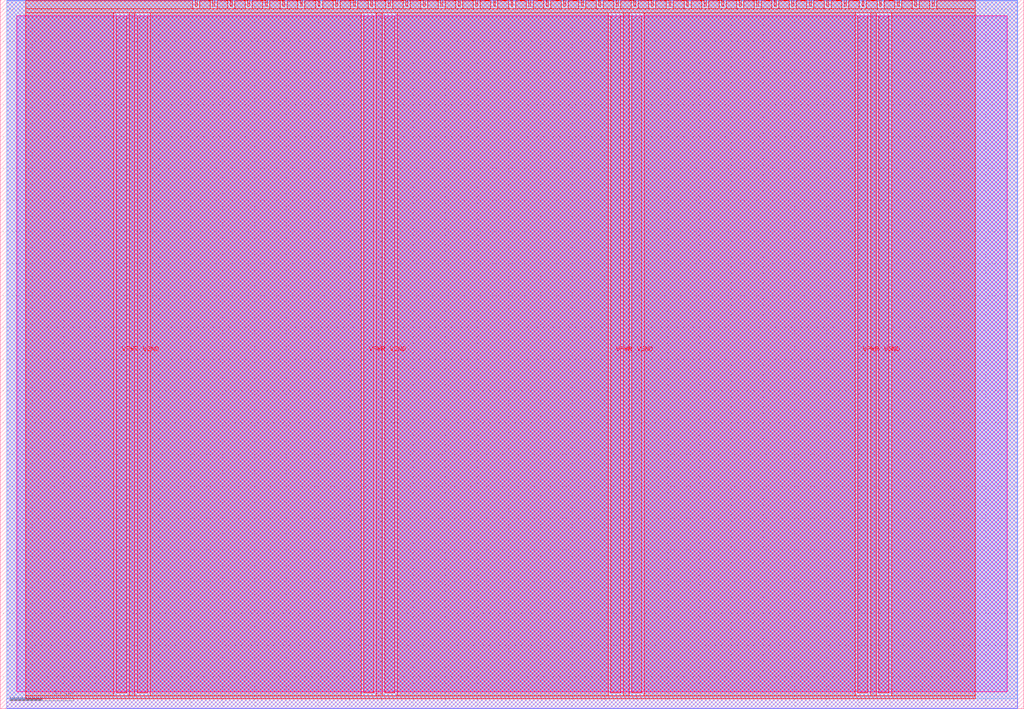
<source format=lef>
VERSION 5.7 ;
  NOWIREEXTENSIONATPIN ON ;
  DIVIDERCHAR "/" ;
  BUSBITCHARS "[]" ;
MACRO tt_um_rebeccargb_intercal_alu
  CLASS BLOCK ;
  FOREIGN tt_um_rebeccargb_intercal_alu ;
  ORIGIN 0.000 0.000 ;
  SIZE 161.000 BY 111.520 ;
  PIN VGND
    DIRECTION INOUT ;
    USE GROUND ;
    PORT
      LAYER met4 ;
        RECT 21.580 2.480 23.180 109.040 ;
    END
    PORT
      LAYER met4 ;
        RECT 60.450 2.480 62.050 109.040 ;
    END
    PORT
      LAYER met4 ;
        RECT 99.320 2.480 100.920 109.040 ;
    END
    PORT
      LAYER met4 ;
        RECT 138.190 2.480 139.790 109.040 ;
    END
  END VGND
  PIN VPWR
    DIRECTION INOUT ;
    USE POWER ;
    PORT
      LAYER met4 ;
        RECT 18.280 2.480 19.880 109.040 ;
    END
    PORT
      LAYER met4 ;
        RECT 57.150 2.480 58.750 109.040 ;
    END
    PORT
      LAYER met4 ;
        RECT 96.020 2.480 97.620 109.040 ;
    END
    PORT
      LAYER met4 ;
        RECT 134.890 2.480 136.490 109.040 ;
    END
  END VPWR
  PIN clk
    DIRECTION INPUT ;
    USE SIGNAL ;
    ANTENNAGATEAREA 0.852000 ;
    PORT
      LAYER met4 ;
        RECT 143.830 110.520 144.130 111.520 ;
    END
  END clk
  PIN ena
    DIRECTION INPUT ;
    USE SIGNAL ;
    PORT
      LAYER met4 ;
        RECT 146.590 110.520 146.890 111.520 ;
    END
  END ena
  PIN rst_n
    DIRECTION INPUT ;
    USE SIGNAL ;
    PORT
      LAYER met4 ;
        RECT 141.070 110.520 141.370 111.520 ;
    END
  END rst_n
  PIN ui_in[0]
    DIRECTION INPUT ;
    USE SIGNAL ;
    ANTENNAGATEAREA 0.196500 ;
    PORT
      LAYER met4 ;
        RECT 138.310 110.520 138.610 111.520 ;
    END
  END ui_in[0]
  PIN ui_in[1]
    DIRECTION INPUT ;
    USE SIGNAL ;
    ANTENNAGATEAREA 0.647700 ;
    ANTENNADIFFAREA 0.434700 ;
    PORT
      LAYER met4 ;
        RECT 135.550 110.520 135.850 111.520 ;
    END
  END ui_in[1]
  PIN ui_in[2]
    DIRECTION INPUT ;
    USE SIGNAL ;
    ANTENNAGATEAREA 0.593700 ;
    ANTENNADIFFAREA 0.434700 ;
    PORT
      LAYER met4 ;
        RECT 132.790 110.520 133.090 111.520 ;
    END
  END ui_in[2]
  PIN ui_in[3]
    DIRECTION INPUT ;
    USE SIGNAL ;
    ANTENNAGATEAREA 0.196500 ;
    PORT
      LAYER met4 ;
        RECT 130.030 110.520 130.330 111.520 ;
    END
  END ui_in[3]
  PIN ui_in[4]
    DIRECTION INPUT ;
    USE SIGNAL ;
    ANTENNAGATEAREA 0.647700 ;
    ANTENNADIFFAREA 0.434700 ;
    PORT
      LAYER met4 ;
        RECT 127.270 110.520 127.570 111.520 ;
    END
  END ui_in[4]
  PIN ui_in[5]
    DIRECTION INPUT ;
    USE SIGNAL ;
    ANTENNAGATEAREA 0.126000 ;
    PORT
      LAYER met4 ;
        RECT 124.510 110.520 124.810 111.520 ;
    END
  END ui_in[5]
  PIN ui_in[6]
    DIRECTION INPUT ;
    USE SIGNAL ;
    ANTENNAGATEAREA 0.126000 ;
    PORT
      LAYER met4 ;
        RECT 121.750 110.520 122.050 111.520 ;
    END
  END ui_in[6]
  PIN ui_in[7]
    DIRECTION INPUT ;
    USE SIGNAL ;
    ANTENNAGATEAREA 0.213000 ;
    PORT
      LAYER met4 ;
        RECT 118.990 110.520 119.290 111.520 ;
    END
  END ui_in[7]
  PIN uio_in[0]
    DIRECTION INPUT ;
    USE SIGNAL ;
    ANTENNAGATEAREA 0.593700 ;
    ANTENNADIFFAREA 0.434700 ;
    PORT
      LAYER met4 ;
        RECT 116.230 110.520 116.530 111.520 ;
    END
  END uio_in[0]
  PIN uio_in[1]
    DIRECTION INPUT ;
    USE SIGNAL ;
    ANTENNAGATEAREA 0.159000 ;
    PORT
      LAYER met4 ;
        RECT 113.470 110.520 113.770 111.520 ;
    END
  END uio_in[1]
  PIN uio_in[2]
    DIRECTION INPUT ;
    USE SIGNAL ;
    ANTENNAGATEAREA 0.159000 ;
    PORT
      LAYER met4 ;
        RECT 110.710 110.520 111.010 111.520 ;
    END
  END uio_in[2]
  PIN uio_in[3]
    DIRECTION INPUT ;
    USE SIGNAL ;
    ANTENNAGATEAREA 0.593700 ;
    ANTENNADIFFAREA 0.434700 ;
    PORT
      LAYER met4 ;
        RECT 107.950 110.520 108.250 111.520 ;
    END
  END uio_in[3]
  PIN uio_in[4]
    DIRECTION INPUT ;
    USE SIGNAL ;
    ANTENNAGATEAREA 0.593700 ;
    ANTENNADIFFAREA 0.434700 ;
    PORT
      LAYER met4 ;
        RECT 105.190 110.520 105.490 111.520 ;
    END
  END uio_in[4]
  PIN uio_in[5]
    DIRECTION INPUT ;
    USE SIGNAL ;
    ANTENNAGATEAREA 0.593700 ;
    ANTENNADIFFAREA 0.434700 ;
    PORT
      LAYER met4 ;
        RECT 102.430 110.520 102.730 111.520 ;
    END
  END uio_in[5]
  PIN uio_in[6]
    DIRECTION INPUT ;
    USE SIGNAL ;
    ANTENNAGATEAREA 0.647700 ;
    ANTENNADIFFAREA 0.434700 ;
    PORT
      LAYER met4 ;
        RECT 99.670 110.520 99.970 111.520 ;
    END
  END uio_in[6]
  PIN uio_in[7]
    DIRECTION INPUT ;
    USE SIGNAL ;
    ANTENNAGATEAREA 0.213000 ;
    PORT
      LAYER met4 ;
        RECT 96.910 110.520 97.210 111.520 ;
    END
  END uio_in[7]
  PIN uio_oe[0]
    DIRECTION OUTPUT ;
    USE SIGNAL ;
    ANTENNADIFFAREA 0.445500 ;
    PORT
      LAYER met4 ;
        RECT 49.990 110.520 50.290 111.520 ;
    END
  END uio_oe[0]
  PIN uio_oe[1]
    DIRECTION OUTPUT ;
    USE SIGNAL ;
    ANTENNADIFFAREA 0.445500 ;
    PORT
      LAYER met4 ;
        RECT 47.230 110.520 47.530 111.520 ;
    END
  END uio_oe[1]
  PIN uio_oe[2]
    DIRECTION OUTPUT ;
    USE SIGNAL ;
    ANTENNADIFFAREA 0.445500 ;
    PORT
      LAYER met4 ;
        RECT 44.470 110.520 44.770 111.520 ;
    END
  END uio_oe[2]
  PIN uio_oe[3]
    DIRECTION OUTPUT ;
    USE SIGNAL ;
    ANTENNADIFFAREA 0.445500 ;
    PORT
      LAYER met4 ;
        RECT 41.710 110.520 42.010 111.520 ;
    END
  END uio_oe[3]
  PIN uio_oe[4]
    DIRECTION OUTPUT ;
    USE SIGNAL ;
    ANTENNADIFFAREA 0.445500 ;
    PORT
      LAYER met4 ;
        RECT 38.950 110.520 39.250 111.520 ;
    END
  END uio_oe[4]
  PIN uio_oe[5]
    DIRECTION OUTPUT ;
    USE SIGNAL ;
    ANTENNADIFFAREA 0.445500 ;
    PORT
      LAYER met4 ;
        RECT 36.190 110.520 36.490 111.520 ;
    END
  END uio_oe[5]
  PIN uio_oe[6]
    DIRECTION OUTPUT ;
    USE SIGNAL ;
    ANTENNADIFFAREA 0.445500 ;
    PORT
      LAYER met4 ;
        RECT 33.430 110.520 33.730 111.520 ;
    END
  END uio_oe[6]
  PIN uio_oe[7]
    DIRECTION OUTPUT ;
    USE SIGNAL ;
    ANTENNAGATEAREA 1.113000 ;
    ANTENNADIFFAREA 1.075200 ;
    PORT
      LAYER met4 ;
        RECT 30.670 110.520 30.970 111.520 ;
    END
  END uio_oe[7]
  PIN uio_out[0]
    DIRECTION OUTPUT ;
    USE SIGNAL ;
    ANTENNAGATEAREA 0.742500 ;
    ANTENNADIFFAREA 0.891000 ;
    PORT
      LAYER met4 ;
        RECT 72.070 110.520 72.370 111.520 ;
    END
  END uio_out[0]
  PIN uio_out[1]
    DIRECTION OUTPUT ;
    USE SIGNAL ;
    ANTENNAGATEAREA 0.742500 ;
    ANTENNADIFFAREA 0.891000 ;
    PORT
      LAYER met4 ;
        RECT 69.310 110.520 69.610 111.520 ;
    END
  END uio_out[1]
  PIN uio_out[2]
    DIRECTION OUTPUT ;
    USE SIGNAL ;
    ANTENNAGATEAREA 0.742500 ;
    ANTENNADIFFAREA 0.891000 ;
    PORT
      LAYER met4 ;
        RECT 66.550 110.520 66.850 111.520 ;
    END
  END uio_out[2]
  PIN uio_out[3]
    DIRECTION OUTPUT ;
    USE SIGNAL ;
    ANTENNAGATEAREA 0.742500 ;
    ANTENNADIFFAREA 0.891000 ;
    PORT
      LAYER met4 ;
        RECT 63.790 110.520 64.090 111.520 ;
    END
  END uio_out[3]
  PIN uio_out[4]
    DIRECTION OUTPUT ;
    USE SIGNAL ;
    ANTENNAGATEAREA 0.742500 ;
    ANTENNADIFFAREA 0.891000 ;
    PORT
      LAYER met4 ;
        RECT 61.030 110.520 61.330 111.520 ;
    END
  END uio_out[4]
  PIN uio_out[5]
    DIRECTION OUTPUT ;
    USE SIGNAL ;
    ANTENNAGATEAREA 0.742500 ;
    ANTENNADIFFAREA 0.891000 ;
    PORT
      LAYER met4 ;
        RECT 58.270 110.520 58.570 111.520 ;
    END
  END uio_out[5]
  PIN uio_out[6]
    DIRECTION OUTPUT ;
    USE SIGNAL ;
    ANTENNAGATEAREA 0.742500 ;
    ANTENNADIFFAREA 0.891000 ;
    PORT
      LAYER met4 ;
        RECT 55.510 110.520 55.810 111.520 ;
    END
  END uio_out[6]
  PIN uio_out[7]
    DIRECTION OUTPUT ;
    USE SIGNAL ;
    ANTENNAGATEAREA 0.742500 ;
    ANTENNADIFFAREA 0.891000 ;
    PORT
      LAYER met4 ;
        RECT 52.750 110.520 53.050 111.520 ;
    END
  END uio_out[7]
  PIN uo_out[0]
    DIRECTION OUTPUT ;
    USE SIGNAL ;
    ANTENNADIFFAREA 1.782000 ;
    PORT
      LAYER met4 ;
        RECT 94.150 110.520 94.450 111.520 ;
    END
  END uo_out[0]
  PIN uo_out[1]
    DIRECTION OUTPUT ;
    USE SIGNAL ;
    ANTENNADIFFAREA 1.782000 ;
    PORT
      LAYER met4 ;
        RECT 91.390 110.520 91.690 111.520 ;
    END
  END uo_out[1]
  PIN uo_out[2]
    DIRECTION OUTPUT ;
    USE SIGNAL ;
    ANTENNADIFFAREA 1.782000 ;
    PORT
      LAYER met4 ;
        RECT 88.630 110.520 88.930 111.520 ;
    END
  END uo_out[2]
  PIN uo_out[3]
    DIRECTION OUTPUT ;
    USE SIGNAL ;
    ANTENNADIFFAREA 1.782000 ;
    PORT
      LAYER met4 ;
        RECT 85.870 110.520 86.170 111.520 ;
    END
  END uo_out[3]
  PIN uo_out[4]
    DIRECTION OUTPUT ;
    USE SIGNAL ;
    ANTENNADIFFAREA 1.782000 ;
    PORT
      LAYER met4 ;
        RECT 83.110 110.520 83.410 111.520 ;
    END
  END uo_out[4]
  PIN uo_out[5]
    DIRECTION OUTPUT ;
    USE SIGNAL ;
    ANTENNADIFFAREA 1.782000 ;
    PORT
      LAYER met4 ;
        RECT 80.350 110.520 80.650 111.520 ;
    END
  END uo_out[5]
  PIN uo_out[6]
    DIRECTION OUTPUT ;
    USE SIGNAL ;
    ANTENNADIFFAREA 1.782000 ;
    PORT
      LAYER met4 ;
        RECT 77.590 110.520 77.890 111.520 ;
    END
  END uo_out[6]
  PIN uo_out[7]
    DIRECTION OUTPUT ;
    USE SIGNAL ;
    ANTENNADIFFAREA 1.782000 ;
    PORT
      LAYER met4 ;
        RECT 74.830 110.520 75.130 111.520 ;
    END
  END uo_out[7]
  OBS
      LAYER nwell ;
        RECT 2.570 2.635 158.430 108.990 ;
      LAYER li1 ;
        RECT 2.760 2.635 158.240 108.885 ;
      LAYER met1 ;
        RECT 0.990 0.040 160.010 111.480 ;
      LAYER met2 ;
        RECT 1.010 0.010 159.990 111.510 ;
      LAYER met3 ;
        RECT 0.985 1.540 160.015 111.345 ;
      LAYER met4 ;
        RECT 3.975 110.120 30.270 111.345 ;
        RECT 31.370 110.120 33.030 111.345 ;
        RECT 34.130 110.120 35.790 111.345 ;
        RECT 36.890 110.120 38.550 111.345 ;
        RECT 39.650 110.120 41.310 111.345 ;
        RECT 42.410 110.120 44.070 111.345 ;
        RECT 45.170 110.120 46.830 111.345 ;
        RECT 47.930 110.120 49.590 111.345 ;
        RECT 50.690 110.120 52.350 111.345 ;
        RECT 53.450 110.120 55.110 111.345 ;
        RECT 56.210 110.120 57.870 111.345 ;
        RECT 58.970 110.120 60.630 111.345 ;
        RECT 61.730 110.120 63.390 111.345 ;
        RECT 64.490 110.120 66.150 111.345 ;
        RECT 67.250 110.120 68.910 111.345 ;
        RECT 70.010 110.120 71.670 111.345 ;
        RECT 72.770 110.120 74.430 111.345 ;
        RECT 75.530 110.120 77.190 111.345 ;
        RECT 78.290 110.120 79.950 111.345 ;
        RECT 81.050 110.120 82.710 111.345 ;
        RECT 83.810 110.120 85.470 111.345 ;
        RECT 86.570 110.120 88.230 111.345 ;
        RECT 89.330 110.120 90.990 111.345 ;
        RECT 92.090 110.120 93.750 111.345 ;
        RECT 94.850 110.120 96.510 111.345 ;
        RECT 97.610 110.120 99.270 111.345 ;
        RECT 100.370 110.120 102.030 111.345 ;
        RECT 103.130 110.120 104.790 111.345 ;
        RECT 105.890 110.120 107.550 111.345 ;
        RECT 108.650 110.120 110.310 111.345 ;
        RECT 111.410 110.120 113.070 111.345 ;
        RECT 114.170 110.120 115.830 111.345 ;
        RECT 116.930 110.120 118.590 111.345 ;
        RECT 119.690 110.120 121.350 111.345 ;
        RECT 122.450 110.120 124.110 111.345 ;
        RECT 125.210 110.120 126.870 111.345 ;
        RECT 127.970 110.120 129.630 111.345 ;
        RECT 130.730 110.120 132.390 111.345 ;
        RECT 133.490 110.120 135.150 111.345 ;
        RECT 136.250 110.120 137.910 111.345 ;
        RECT 139.010 110.120 140.670 111.345 ;
        RECT 141.770 110.120 143.430 111.345 ;
        RECT 144.530 110.120 146.190 111.345 ;
        RECT 147.290 110.120 153.345 111.345 ;
        RECT 3.975 109.440 153.345 110.120 ;
        RECT 3.975 2.080 17.880 109.440 ;
        RECT 20.280 2.080 21.180 109.440 ;
        RECT 23.580 2.080 56.750 109.440 ;
        RECT 59.150 2.080 60.050 109.440 ;
        RECT 62.450 2.080 95.620 109.440 ;
        RECT 98.020 2.080 98.920 109.440 ;
        RECT 101.320 2.080 134.490 109.440 ;
        RECT 136.890 2.080 137.790 109.440 ;
        RECT 140.190 2.080 153.345 109.440 ;
        RECT 3.975 1.535 153.345 2.080 ;
  END
END tt_um_rebeccargb_intercal_alu
END LIBRARY


</source>
